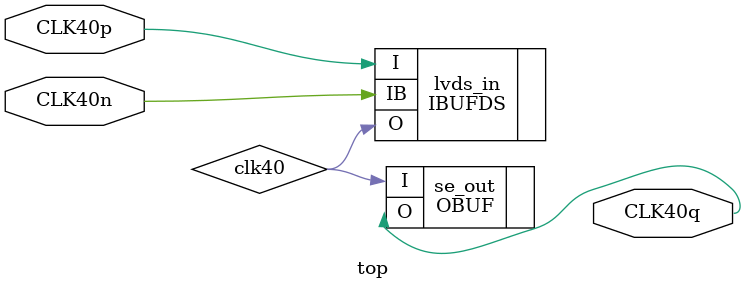
<source format=v>
`timescale 1 ns / 1 ns
`default_nettype none
module top(

    input  wire CLK40n,
    input  wire CLK40p,

    output wire CLK40q
);

wire clk40;

IBUFDS  lvds_in ( .I ( CLK40p ), .IB ( CLK40n ), .O ( clk40 ) );

//INBUF_LVDS  lvds_in ( .PADP ( CLK40p ), .PADN ( CLK40n ), .Y ( clk40 ) );

OBUF    se_out  ( .I ( clk40 ), .O ( CLK40q ));

//OUTBUF   se_out  ( .D ( clk40 ), .PAD ( CLK40q ));

endmodule

</source>
